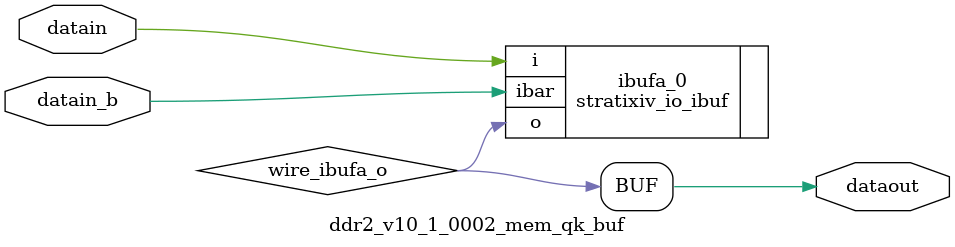
<source format=v>






//synthesis_resources = stratixiv_io_ibuf 1 
//synopsys translate_off
`timescale 1 ps / 1 ps
//synopsys translate_on
module  ddr2_v10_1_0002_mem_qk_buf
	( 
	datain,
	datain_b,
	dataout) /* synthesis synthesis_clearbox=1 */;
	input   [0:0]  datain;
	input   [0:0]  datain_b;
	output   [0:0]  dataout;
`ifndef ALTERA_RESERVED_QIS
// synopsys translate_off
`endif
	tri0   [0:0]  datain_b;
`ifndef ALTERA_RESERVED_QIS
// synopsys translate_on
`endif

	wire  [0:0]   wire_ibufa_o;

	stratixiv_io_ibuf   ibufa_0
	( 
	.i(datain),
	.ibar(datain_b),
	.o(wire_ibufa_o[0:0])
	`ifndef FORMAL_VERIFICATION
	// synopsys translate_off
	`endif
	,
	.dynamicterminationcontrol(1'b0)
	`ifndef FORMAL_VERIFICATION
	// synopsys translate_on
	`endif
	);
	defparam
		ibufa_0.bus_hold = "false",
		ibufa_0.differential_mode = "true",
		ibufa_0.lpm_type = "stratixiv_io_ibuf";
	assign
		dataout = wire_ibufa_o;
endmodule //ddr2_v10_1_0002_mem_qk_buf
//VALID FILE

</source>
